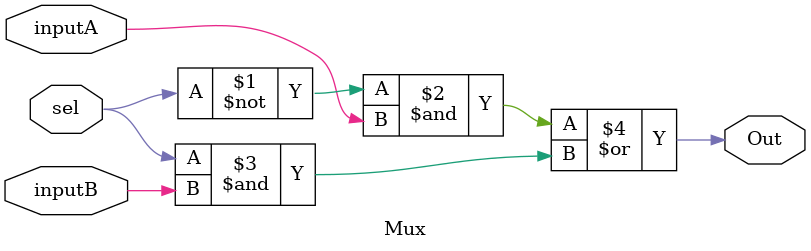
<source format=sv>
module Mux(
    input inputA,
    input inputB,
    input sel,
	 output Out
    );
	 
assign Out = (~sel & inputA) | (sel & inputB);


endmodule

</source>
